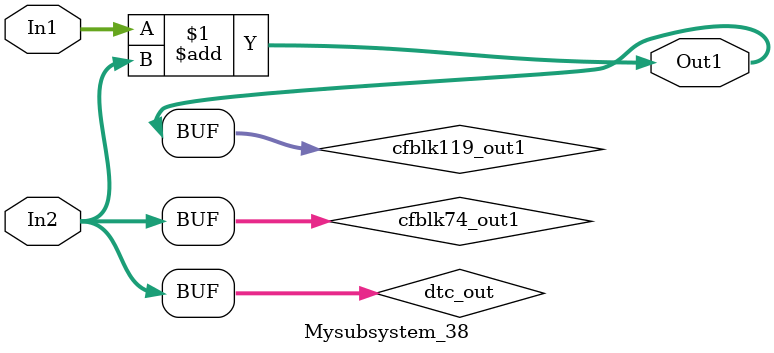
<source format=v>



`timescale 1 ns / 1 ns

module Mysubsystem_38
          (In1,
           In2,
           Out1);


  input   [7:0] In1;  // uint8
  input   [7:0] In2;  // uint8
  output  [7:0] Out1;  // uint8


  wire [7:0] dtc_out;  // ufix8
  wire [7:0] cfblk74_out1;  // uint8
  wire [7:0] cfblk119_out1;  // uint8


  assign dtc_out = In2;



  assign cfblk74_out1 = dtc_out;



  assign cfblk119_out1 = In1 + cfblk74_out1;



  assign Out1 = cfblk119_out1;

endmodule  // Mysubsystem_38


</source>
